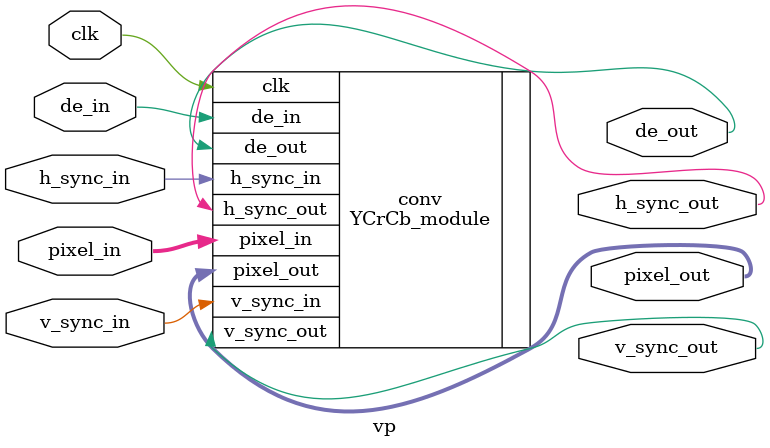
<source format=v>
`timescale 1ns / 1ps


module vp(
    input [23:0]pixel_in,
    input h_sync_in,
    input v_sync_in,
    input de_in,
    input clk,
    
    //input [2:0]sw,
    
    output [23:0]pixel_out,
    output h_sync_out,
    output v_sync_out,
    output de_out
    );

YCrCb_module conv(
    .pixel_in(pixel_in),
    .h_sync_in(h_sync_in),
    .v_sync_in(v_sync_in),
    .de_in(de_in),
    .clk(clk),
    //input [2:0]sw,
    
    .pixel_out(pixel_out),
    .h_sync_out(h_sync_out),
    .v_sync_out(v_sync_out),
    .de_out(de_out)
    );

endmodule

</source>
